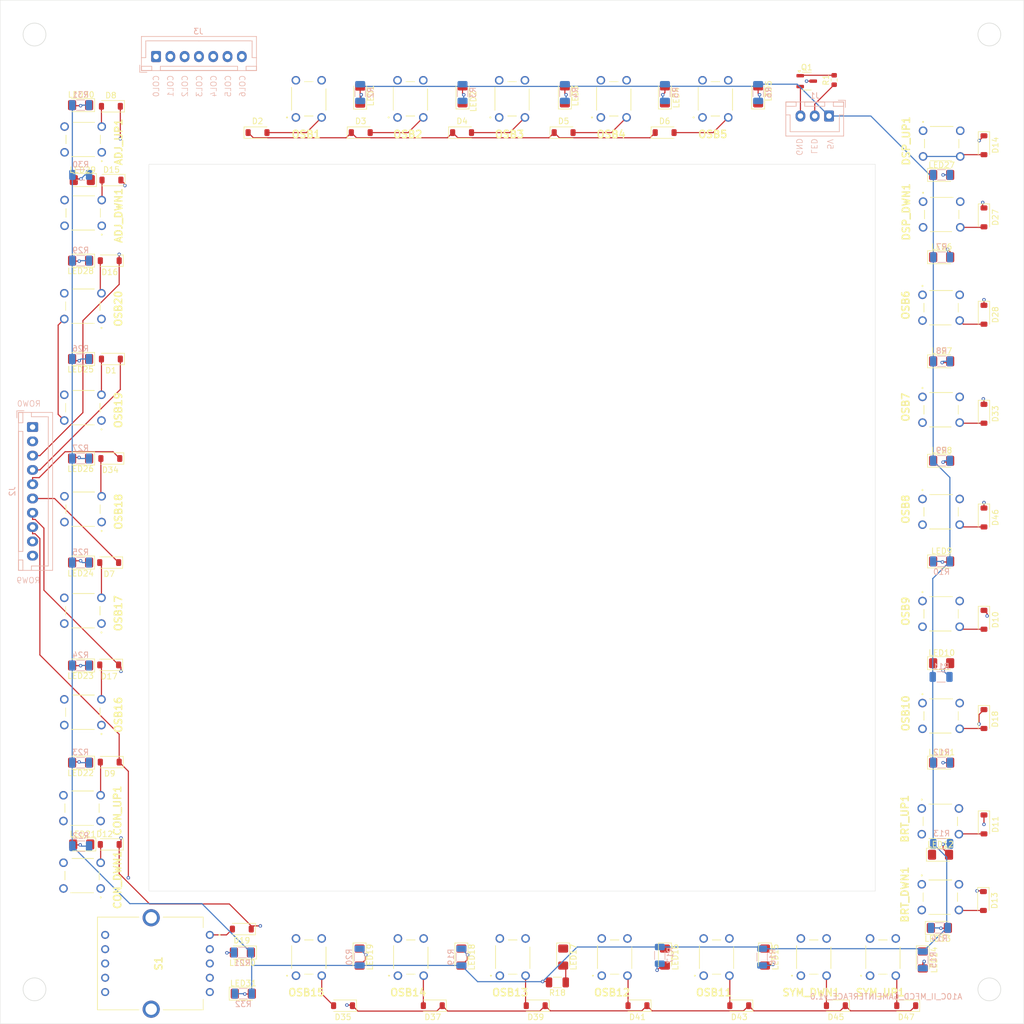
<source format=kicad_pcb>
(kicad_pcb (version 20240108) (generator "pcbnew") (generator_version "8.0")
  (layers (0 "F.Cu" signal) (1 "In1.Cu" signal) (2 "In2.Cu" signal) (31 "B.Cu" signal) (34 "B.Paste" user) (35 "F.Paste" user) (36 "B.SilkS" user "B.Silkscreen") (37 "F.SilkS" user "F.Silkscreen") (38 "B.Mask" user) (39 "F.Mask" user) (44 "Edge.Cuts" user))
  (net 0 "")
  (net 1 "COL1")
  (net 2 "Net-(D19-A)")
  (net 3 "COL2")
  (net 4 "COL3")
  (net 5 "COL0")
  (net 6 "Net-(D15-A)")
  (net 7 "Net-(D8-A)")
  (net 8 "Net-(D13-A)")
  (net 9 "COL6")
  (net 10 "Net-(D11-A)")
  (net 11 "Net-(D12-A)")
  (net 12 "Net-(D9-A)")
  (net 13 "ROW3")
  (net 14 "Net-(D1-A)")
  (net 15 "Net-(D2-K)")
  (net 16 "Net-(D2-A)")
  (net 17 "Net-(D3-A)")
  (net 18 "Net-(D4-A)")
  (net 19 "Net-(D5-A)")
  (net 20 "Net-(D6-A)")
  (net 21 "ROW5")
  (net 22 "Net-(D7-A)")
  (net 23 "ROW0")
  (net 24 "ROW7")
  (net 25 "Net-(D10-A)")
  (net 26 "ROW8")
  (net 27 "Net-(D14-A)")
  (net 28 "ROW1")
  (net 29 "ROW2")
  (net 30 "Net-(D16-A)")
  (net 31 "Net-(D17-A)")
  (net 32 "ROW6")
  (net 33 "Net-(D18-A)")
  (net 34 "Net-(D27-A)")
  (net 35 "Net-(D28-A)")
  (net 36 "Net-(D33-A)")
  (net 37 "ROW4")
  (net 38 "Net-(D34-A)")
  (net 39 "Net-(D35-A)")
  (net 40 "ROW9")
  (net 41 "Net-(D37-A)")
  (net 42 "Net-(D39-A)")
  (net 43 "Net-(D41-A)")
  (net 44 "Net-(D43-A)")
  (net 45 "Net-(D45-A)")
  (net 46 "Net-(D46-A)")
  (net 47 "Net-(D47-A)")
  (net 48 "Net-(LED1-A)")
  (net 50 "Net-(LED2-A)")
  (net 51 "Net-(LED3-A)")
  (net 52 "Net-(LED4-A)")
  (net 53 "Net-(LED5-A)")
  (net 54 "Net-(LED6-A)")
  (net 55 "Net-(LED7-A)")
  (net 56 "Net-(LED8-A)")
  (net 57 "Net-(LED9-A)")
  (net 58 "Net-(LED10-A)")
  (net 59 "Net-(LED11-A)")
  (net 60 "Net-(LED12-A)")
  (net 61 "Net-(LED13-A)")
  (net 62 "Net-(LED14-A)")
  (net 63 "Net-(LED15-A)")
  (net 64 "Net-(LED16-A)")
  (net 65 "Net-(LED17-A)")
  (net 66 "Net-(LED18-A)")
  (net 67 "Net-(LED19-A)")
  (net 68 "Net-(LED20-A)")
  (net 69 "Net-(LED21-A)")
  (net 70 "Net-(LED22-A)")
  (net 71 "Net-(LED23-A)")
  (net 72 "Net-(LED24-A)")
  (net 73 "Net-(LED25-A)")
  (net 74 "Net-(LED26-A)")
  (net 75 "Net-(LED27-A)")
  (net 76 "Net-(LED28-A)")
  (net 77 "Net-(LED29-A)")
  (net 78 "Net-(LED30-A)")
  (net 79 "Net-(LED31-A)")
  (net 80 "COL4")
  (net 81 "COL5")
  (net 82 "GND")
  (net 83 "LED")
  (net 84 "5V")
  (net 85 "Net-(Q1-BASE)")
  (footprint "Mouser:18259671" (layer "F.Cu") (at 163.775 230.85)
    (property "Reference" "OSB11")
    (property "Value" "Switch" (hide yes))
  )
  (footprint "Mouser:18259671" (layer "F.Cu") (at 180.775 230.85)
    (property "Reference" "SYM_DWN1")
    (property "Value" "Switch" (hide yes))
  )
  (footprint "Mouser:18259671" (layer "F.Cu") (at 201.92 214.87 -90)
    (property "Reference" "BRT_DWN1")
    (property "Value" "Switch" (hide yes))
  )
  (footprint "Diode_SMD:D_SOD-123" (layer "F.Cu") (at 212.8 150.72 -90)
    (property "Reference" "D46")
    (property "Value" "D_Small")
  )
  (footprint "LED_SMD:LED_1206_3216Metric_Pad1.42x1.75mm_HandSolder" (layer "F.Cu") (at 205.2 209.7)
    (property "Reference" "LED12")
    (property "Value" "1206")
  )
  (footprint "Resistor_SMD:R_1206_3216Metric" (layer "F.Cu") (at 138.19 232.03 180)
    (property "Reference" "R18")
    (property "Value" "270")
  )
  (footprint "Mouser:18259671" (layer "F.Cu") (at 202.05 111.775 -90)
    (property "Reference" "OSB6")
    (property "Value" "Switch" (hide yes))
  )
  (footprint "Diode_SMD:D_SOD-123" (layer "F.Cu") (at 59.9 207.9 180)
    (property "Reference" "D12")
    (property "Value" "D_Small")
  )
  (footprint "LED_SMD:LED_1206_3216Metric_Pad1.42x1.75mm_HandSolder" (layer "F.Cu") (at 205.4 158.4)
    (property "Reference" "LED9")
    (property "Value" "1206")
  )
  (footprint "LED_SMD:LED_1206_3216Metric_Pad1.42x1.75mm_HandSolder" (layer "F.Cu") (at 54.8 158.6 180)
    (property "Reference" "LED24")
    (property "Value" "1206")
  )
  (footprint "Mouser:18259671" (layer "F.Cu") (at 202.05 147.475 -90)
    (property "Reference" "OSB8")
    (property "Value" "Switch" (hide yes))
  )
  (footprint "LED_SMD:LED_1206_3216Metric_Pad1.42x1.75mm_HandSolder" (layer "F.Cu") (at 205.4 193.6)
    (property "Reference" "LED11")
    (property "Value" "1206")
  )
  (footprint "LED_SMD:LED_1206_3216Metric_Pad1.42x1.75mm_HandSolder" (layer "F.Cu") (at 205.4 176.2)
    (property "Reference" "LED10")
    (property "Value" "1206")
  )
  (footprint "LED_SMD:LED_1206_3216Metric_Pad1.42x1.75mm_HandSolder" (layer "F.Cu") (at 54.8 78.6 180)
    (property "Reference" "LED30")
    (property "Value" "1206")
  )
  (footprint "Diode_SMD:D_SOD-123" (layer "F.Cu") (at 186.9 236.1 180)
    (property "Reference" "D45")
    (property "Value" "D_Small")
  )
  (footprint "Mouser:18259671" (layer "F.Cu") (at 202.15 83.075 -90)
    (property "Reference" "DSP_UP1")
    (property "Value" "Switch" (hide yes))
  )
  (footprint "Mouser:18259671" (layer "F.Cu") (at 202.05 165.325 -90)
    (property "Reference" "OSB9")
    (property "Value" "Switch" (hide yes))
  )
  (footprint "Diode_SMD:D_SOD-123" (layer "F.Cu") (at 60 140.4 180)
    (property "Reference" "D34")
    (property "Value" "D_Small")
  )
  (footprint "Mouser:18259671" (layer "F.Cu") (at 58.5 86.85 90)
    (property "Reference" "ADJ_UP1")
    (property "Value" "Switch" (hide yes))
  )
  (footprint "Diode_SMD:D_SOD-123" (layer "F.Cu") (at 121.52 83.4)
    (property "Reference" "D4")
    (property "Value" "D_Small")
  )
  (footprint "LED_SMD:LED_1206_3216Metric_Pad1.42x1.75mm_HandSolder" (layer "F.Cu") (at 174.5 227.6 -90)
    (property "Reference" "LED15")
    (property "Value" "1206")
  )
  (footprint "Diode_SMD:D_SOD-123" (layer "F.Cu") (at 139.28 83.4)
    (property "Reference" "D5")
    (property "Value" "D_Small")
  )
  (footprint "Mouser:18259671" (layer "F.Cu") (at 58.48 151.5125 90)
    (property "Reference" "OSB18")
    (property "Value" "Switch" (hide yes))
  )
  (footprint "LED_SMD:LED_1206_3216Metric_Pad1.42x1.75mm_HandSolder" (layer "F.Cu") (at 157 227.6 -90)
    (property "Reference" "LED16")
    (property "Value" "1206")
  )
  (footprint "LED_SMD:LED_1206_3216Metric_Pad1.42x1.75mm_HandSolder" (layer "F.Cu") (at 54.8 123 180)
    (property "Reference" "LED25")
    (property "Value" "1206")
  )
  (footprint "Diode_SMD:D_SOD-123" (layer "F.Cu") (at 212.8 132.58 -90)
    (property "Reference" "D33")
    (property "Value" "D_Small")
  )
  (footprint "Diode_SMD:D_SOD-123" (layer "F.Cu") (at 212.8 85.61 -90)
    (property "Reference" "D14")
    (property "Value" "D_Small")
  )
  (footprint "LED_SMD:LED_1206_3216Metric_Pad1.42x1.75mm_HandSolder" (layer "F.Cu") (at 205.4 105.2)
    (property "Reference" "LED6")
    (property "Value" "1206")
  )
  (footprint "LED_SMD:LED_1206_3216Metric_Pad1.42x1.75mm_HandSolder" (layer "F.Cu") (at 173.3 76.8 90)
    (property "Reference" "LED5")
    (property "Value" "1206")
  )
  (footprint "Diode_SMD:D_SOD-123" (layer "F.Cu") (at 59.9 105.8 180)
    (property "Reference" "D16")
    (property "Value" "D_Small")
  )
  (footprint "Diode_SMD:D_SOD-123" (layer "F.Cu") (at 212.8 204.4 -90)
    (property "Reference" "D11")
    (property "Value" "D_Small")
  )
  (footprint "Diode_SMD:D_SOD-123" (layer "F.Cu") (at 103.8 83.4)
    (property "Reference" "D3")
    (property "Value" "D_Small")
  )
  (footprint "LED_SMD:LED_1206_3216Metric_Pad1.42x1.75mm_HandSolder" (layer "F.Cu") (at 83.26 234)
    (property "Reference" "LED31")
    (property "Value" "1206")
  )
  (footprint "Mouser:18259671" (layer "F.Cu") (at 202.05 183.175 -90)
    (property "Reference" "OSB10")
    (property "Value" "Switch" (hide yes))
  )
  (footprint "Diode_SMD:D_SOD-123" (layer "F.Cu") (at 59.8 176.5 180)
    (property "Reference" "D17")
    (property "Value" "D_Small")
  )
  (footprint "LED_SMD:LED_1206_3216Metric_Pad1.42x1.75mm_HandSolder" (layer "F.Cu") (at 54.8 176.6 180)
    (property "Reference" "LED23")
    (property "Value" "1206")
  )
  (footprint "LED_SMD:LED_1206_3216Metric_Pad1.42x1.75mm_HandSolder" (layer "F.Cu") (at 205.4 90.8)
    (property "Reference" "LED27")
    (property "Value" "1206")
  )
  (footprint "Diode_SMD:D_SOD-123" (layer "F.Cu") (at 152.2 236.1 180)
    (property "Reference" "D41")
    (property "Value" "D_Small")
  )
  (footprint "LED_SMD:LED_1206_3216Metric_Pad1.42x1.75mm_HandSolder" (layer "F.Cu") (at 202.1 228.1 -90)
    (property "Reference" "LED14")
    (property "Value" "1206")
  )
  (footprint "LED_SMD:LED_1206_3216Metric_Pad1.42x1.75mm_HandSolder" (layer "F.Cu") (at 83.1 226.8 180)
    (property "Reference" "LED20")
    (property "Value" "1206")
  )
  (footprint "Mouser:18259671" (layer "F.Cu") (at 110.235 80.75)
    (property "Reference" "OSB2")
    (property "Value" "Switch" (hide yes))
  )
  (footprint "LED_SMD:LED_1206_3216Metric_Pad1.42x1.75mm_HandSolder" (layer "F.Cu") (at 157 76.8 90)
    (property "Reference" "LED4")
    (property "Value" "1206")
  )
  (footprint "Diode_SMD:D_SOD-123" (layer "F.Cu") (at 212.8 185.97 -90)
    (property "Reference" "D18")
    (property "Value" "D_Small")
  )
  (footprint "LED_SMD:LED_1206_3216Metric_Pad1.42x1.75mm_HandSolder" (layer "F.Cu") (at 205 222.5)
    (property "Reference" "LED13")
    (property "Value" "1206")
  )
  (footprint "Diode_SMD:D_SOD-123" (layer "F.Cu") (at 212.8 98.23 -90)
    (property "Reference" "D27")
    (property "Value" "D_Small")
  )
  (footprint "Mouser:18259671" (layer "F.Cu") (at 58.45 169.2687 90)
    (property "Reference" "OSB17")
    (property "Value" "Switch" (hide yes))
  )
  (footprint "Diode_SMD:D_SOD-123" (layer "F.Cu") (at 60.1 78.8 180)
    (property "Reference" "D8")
    (property "Value" "D_Small")
  )
  (footprint "Mouser:18259671" (layer "F.Cu") (at 92.475 230.85)
    (property "Reference" "OSB15")
    (property "Value" "Switch" (hide yes))
  )
  (footprint "Mouser:18259671" (layer "F.Cu") (at 58.45 187.025 90)
    (property "Reference" "OSB16")
    (property "Value" "Switch" (hide yes))
  )
  (footprint "Mouser:18259671" (layer "F.Cu") (at 58.45 133.7562 90)
    (property "Reference" "OSB19")
    (property "Value" "Switch" (hide yes))
  )
  (footprint "Mouser:18259671" (layer "F.Cu") (at 58.3 203.8 90)
    (property "Reference" "CON_UP1")
    (property "Value" "Switch" (hide yes))
  )
  (footprint "LED_SMD:LED_1206_3216Metric_Pad1.42x1.75mm_HandSolder" (layer "F.Cu") (at 139.2 227.6 -90)
    (property "Reference" "LED17")
    (property "Value" "1206")
  )
  (footprint "LED_SMD:LED_1206_3216Metric_Pad1.42x1.75mm_HandSolder" (layer "F.Cu") (at 54.8 193.6 180)
    (property "Reference" "LED22")
    (property "Value" "1206")
  )
  (footprint "Diode_SMD:D_SOD-123" (layer "F.Cu") (at 212.7 217.8 -90)
    (property "Reference" "D13")
    (property "Value" "D_Small")
  )
  (footprint "Diode_SMD:D_SOD-123" (layer "F.Cu") (at 199.2 236.1 180)
    (property "Reference" "D47")
    (property "Value" "D_Small")
  )
  (footprint "LED_SMD:LED_1206_3216Metric_Pad1.42x1.75mm_HandSolder" (layer "F.Cu") (at 54.8 140.4 180)
    (property "Reference" "LED26")
    (property "Value" "1206")
  )
  (footprint "LED_SMD:LED_1206_3216Metric_Pad1.42x1.75mm_HandSolder" (layer "F.Cu") (at 139.5 76.8 90)
    (property "Reference" "LED3")
    (property "Value" "1206")
  )
  (footprint "Diode_SMD:D_SOD-123" (layer "F.Cu") (at 212.8 115.26 -90)
    (property "Reference" "D28")
    (property "Value" "D_Small")
  )
  (footprint "Diode_SMD:D_SOD-123" (layer "F.Cu") (at 156.95 83.4)
    (property "Reference" "D6")
    (property "Value" "D_Small")
  )
  (footprint "Mouser:18259671" (layer "F.Cu") (at 58.5 99.7 90)
    (property "Reference" "ADJ_DWN1")
    (property "Value" "Switch" (hide yes))
  )
  (footprint "Diode_SMD:D_SOD-123" (layer "F.Cu") (at 116.4 236.1 180)
    (property "Reference" "D37")
    (property "Value" "D_Small")
  )
  (footprint "Mouser:18259671" (layer "F.Cu") (at 128.125 230.85)
    (property "Reference" "OSB13")
    (property "Value" "Switch" (hide yes))
  )
  (footprint "Mouser:18259671" (layer "F.Cu") (at 201.92 201.61 -90)
    (property "Reference" "BRT_UP1")
    (property "Value" "Switch" (hide yes))
  )
  (footprint "LED_SMD:LED_1206_3216Metric_Pad1.42x1.75mm_HandSolder" (layer "F.Cu") (at 55.1 91.7 180)
    (property "Reference" "LED29")
    (property "Value" "1206")
  )
  (footprint "Mouser:18259671" (layer "F.Cu") (at 145.795 80.75)
    (property "Reference" "OSB4")
    (property "Value" "Switch" (hide yes))
  )
  (footprint "Mouser:18259671" (layer "F.Cu") (at 58.45 116 90)
    (property "Reference" "OSB20")
    (property "Value" "Switch" (hide yes))
  )
  (footprint "Mouser:18259671" (layer "F.Cu") (at 110.3 230.85)
    (property "Reference" "OSB14")
    (property "Value" "Switch" (hide yes))
  )
  (footprint "Mouser:18259671" (layer "F.Cu") (at 202.05 129.625 -90)
    (property "Reference" "OSB7")
    (property "Value" "Switch" (hide yes))
  )
  (footprint "LED_SMD:LED_1206_3216Metric_Pad1.42x1.75mm_HandSolder" (layer "F.Cu") (at 103.7 76.845 90)
    (property "Reference" "LED1")
    (property "Value" "1206")
  )
  (footprint "Diode_SMD:D_SOD-123" (layer "F.Cu") (at 100.7 236.1 180)
    (property "Reference" "D35")
    (property "Value" "D_Small")
  )
  (footprint "LED_SMD:LED_1206_3216Metric_Pad1.42x1.75mm_HandSolder" (layer "F.Cu") (at 121.6 76.8 90)
    (property "Reference" "LED2")
    (property "Value" "1206")
  )
  (footprint "Diode_SMD:D_SOD-123" (layer "F.Cu") (at 85.75 83.4)
    (property "Reference" "D2")
    (property "Value" "D_Small")
  )
  (footprint "Diode_SMD:D_SOD-123" (layer "F.Cu") (at 134.4 236.1 180)
    (property "Reference" "D39")
    (property "Value" "D_Small")
  )
  (footprint "LED_SMD:LED_1206_3216Metric_Pad1.42x1.75mm_HandSolder" (layer "F.Cu") (at 54.8 105.8 180)
    (property "Reference" "LED28")
    (property "Value" "1206")
  )
  (footprint "Diode_SMD:D_SOD-123" (layer "F.Cu") (at 60.1 123 180)
    (property "Reference" "D1")
    (property "Value" "D_Small")
  )
  (footprint "Mouser:SRBV131502" (layer "F.Cu") (at 77.4 223.72 90)
    (property "Reference" "S1")
    (property "Value" "SRBV131502" (hide yes))
  )
  (footprint "Mouser:18259671" (layer "F.Cu") (at 92.455 80.75)
    (property "Reference" "OSB1")
    (property "Value" "Switch" (hide yes))
  )
  (footprint "Diode_SMD:D_SOD-123" (layer "F.Cu") (at 170 236.1 180)
    (property "Reference" "D43")
    (property "Value" "D_Small")
  )
  (footprint "Diode_SMD:D_SOD-123" (layer "F.Cu") (at 60.2 91.7 180)
    (property "Reference" "D15")
    (property "Value" "D_Small")
  )
  (footprint "LED_SMD:LED_1206_3216Metric_Pad1.42x1.75mm_HandSolder" (layer "F.Cu") (at 205.4 123.4)
    (property "Reference" "LED7")
    (property "Value" "1206")
  )
  (footprint "LED_SMD:LED_1206_3216Metric_Pad1.42x1.75mm_HandSolder" (layer "F.Cu") (at 121.4 227.6 -90)
    (property "Reference" "LED18")
    (property "Value" "1206")
  )
  (footprint "LED_SMD:LED_1206_3216Metric_Pad1.42x1.75mm_HandSolder" (layer "F.Cu") (at 55 207.9 180)
    (property "Reference" "LED21")
    (property "Value" "1206")
  )
  (footprint "Mouser:18259671" (layer "F.Cu") (at 192.875 230.85)
    (property "Reference" "SYM_UP1")
    (property "Value" "Switch" (hide yes))
  )
  (footprint "LED_SMD:LED_1206_3216Metric_Pad1.42x1.75mm_HandSolder" (layer "F.Cu") (at 205.4 140.8)
    (property "Reference" "LED8")
    (property "Value" "1206")
  )
  (footprint "Diode_SMD:D_SOD-123" (layer "F.Cu") (at 59.8 158.6 180)
    (property "Reference" "D7")
    (property "Value" "D_Small")
  )
  (footprint "Diode_SMD:D_SOD-123" (layer "F.Cu") (at 59.9 193.5 180)
    (property "Reference" "D9")
    (property "Value" "D_Small")
  )
  (footprint "LED_SMD:LED_1206_3216Metric_Pad1.42x1.75mm_HandSolder" (layer "F.Cu") (at 103.6 227.6 -90)
    (property "Reference" "LED19")
    (property "Value" "1206")
  )
  (footprint "Mouser:18259671" (layer "F.Cu") (at 202.15 95.475 -90)
    (property "Reference" "DSP_DWN1")
    (property "Value" "Switch" (hide yes))
  )
  (footprint "Mouser:18259671" (layer "F.Cu") (at 128.015 80.75)
    (property "Reference" "OSB3")
    (property "Value" "Switch" (hide yes))
  )
  (footprint "Diode_SMD:D_SOD-123" (layer "F.Cu") (at 212.8 168.61 -90)
    (property "Reference" "D10")
    (property "Value" "D_Small")
  )
  (footprint "Mouser:18259671" (layer "F.Cu") (at 145.95 230.85)
    (property "Reference" "OSB12")
    (property "Value" "Switch" (hide yes))
  )
  (footprint "Diode_SMD:D_SOD-123" (layer "F.Cu") (at 83 222.7 180)
    (property "Reference" "D19")
    (property "Value" "D_Small")
  )
  (footprint "Mouser:18259671" (layer "F.Cu") (at 163.575 80.75)
    (property "Reference" "OSB5")
    (property "Value" "Switch" (hide yes))
  )
  (footprint "Package_TO_SOT_SMD:SOT-23-3" (layer "F.Cu") (at 181.8 74.4)
    (property "Reference" "Q1")
    (property "Value" "BC817-25LT1G")
  )
  (footprint "Mouser:18259671" (layer "F.Cu") (at 58.31 215.6025 90)
    (property "Reference" "CON_DWN1")
    (property "Value" "Switch" (hide yes))
  )
  (footprint "Resistor_SMD:R_0603_1608Metric" (layer "F.Cu") (at 186.6 74.2 90)
    (property "Reference" "R1")
    (property "Value" "1000")
  )
  (footprint "Resistor_SMD:R_1206_3216Metric" (layer "B.Cu") (at 174 227.6 90)
    (property "Reference" "R16")
    (property "Value" "270")
  )
  (footprint "Resistor_SMD:R_1206_3216Metric" (layer "B.Cu") (at 54.8 123 180)
    (property "Reference" "R26")
    (property "Value" "270")
  )
  (footprint "Resistor_SMD:R_1206_3216Metric" (layer "B.Cu") (at 205.3775 123.4 180)
    (property "Reference" "R8")
    (property "Value" "270")
  )
  (footprint "Resistor_SMD:R_1206_3216Metric" (layer "B.Cu") (at 205 222.5)
    (property "Reference" "R14")
    (property "Value" "270")
  )
  (footprint "Connector_JST:JST_XH_B7B-XH-A_1x07_P2.50mm_Vertical" (layer "B.Cu") (at 68 70.1)
    (property "Reference" "J3")
    (property "Value" "Conn_COLS")
  )
  (footprint "Resistor_SMD:R_1206_3216Metric" (layer "B.Cu") (at 83.1 226.8)
    (property "Reference" "R21")
    (property "Value" "270")
  )
  (footprint "Resistor_SMD:R_1206_3216Metric" (layer "B.Cu") (at 173.3 76.4 90)
    (property "Reference" "R6")
    (property "Value" "270")
  )
  (footprint "Resistor_SMD:R_1206_3216Metric" (layer "B.Cu") (at 103.6 227.6 -90)
    (property "Reference" "R20")
    (property "Value" "270")
  )
  (footprint "Resistor_SMD:R_1206_3216Metric" (layer "B.Cu") (at 157 76.4 90)
    (property "Reference" "R5")
    (property "Value" "270")
  )
  (footprint "Resistor_SMD:R_1206_3216Metric" (layer "B.Cu") (at 103.7 76.4 90)
    (property "Reference" "R2")
    (property "Value" "270")
  )
  (footprint "Resistor_SMD:R_1206_3216Metric" (layer "B.Cu") (at 205.3775 90.8 180)
    (property "Reference" "R28" (hide yes))
    (property "Value" "270")
  )
  (footprint "Resistor_SMD:R_1206_3216Metric" (layer "B.Cu") (at 205.3 178.6 180)
    (property "Reference" "R11")
    (property "Value" "270")
  )
  (footprint "Resistor_SMD:R_1206_3216Metric" (layer "B.Cu") (at 54.8 158.6 180)
    (property "Reference" "R25")
    (property "Value" "270")
  )
  (footprint "Connector_JST:JST_XH_B10B-XH-A_1x10_P2.50mm_Vertical" (layer "B.Cu") (at 46.4 134.9 -90)
    (property "Reference" "J2")
    (property "Value" "Conn_ROWS")
  )
  (footprint "Resistor_SMD:R_1206_3216Metric" (layer "B.Cu") (at 202.1 228.1 90)
    (property "Reference" "R15")
    (property "Value" "270")
  )
  (footprint "Resistor_SMD:R_1206_3216Metric" (layer "B.Cu") (at 205.4 105.2 180)
    (property "Reference" "R7")
    (property "Value" "270")
  )
  (footprint "Resistor_SMD:R_1206_3216Metric" (layer "B.Cu") (at 54.8 176.6 180)
    (property "Reference" "R24")
    (property "Value" "270")
  )
  (footprint "Resistor_SMD:R_1206_3216Metric" (layer "B.Cu") (at 54.8225 208.2 180)
    (property "Reference" "R22")
    (property "Value" "270")
  )
  (footprint "Resistor_SMD:R_1206_3216Metric" (layer "B.Cu") (at 54.8 140.4 180)
    (property "Reference" "R27")
    (property "Value" "270")
  )
  (footprint "Connector_JST:JST_XH_B3B-XH-A_1x03_P2.50mm_Vertical" (layer "B.Cu") (at 185.7 80.5 180)
    (property "Reference" "J1")
    (property "Value" "Conn_LED")
  )
  (footprint "Resistor_SMD:R_1206_3216Metric" (layer "B.Cu") (at 205.3775 193.6 180)
    (property "Reference" "R12")
    (property "Value" "270")
  )
  (footprint "Resistor_SMD:R_1206_3216Metric" (layer "B.Cu") (at 121.4 227.6 -90)
    (property "Reference" "R19")
    (property "Value" "270")
  )
  (footprint "Resistor_SMD:R_1206_3216Metric" (layer "B.Cu") (at 54.8 193.6 180)
    (property "Reference" "R23")
    (property "Value" "270")
  )
  (footprint "Resistor_SMD:R_1206_3216Metric" (layer "B.Cu") (at 54.8225 90.8 180)
    (property "Reference" "R30")
    (property "Value" "270")
  )
  (footprint "Resistor_SMD:R_1206_3216Metric" (layer "B.Cu") (at 139.5 76.4 90)
    (property "Reference" "R4")
    (property "Value" "270")
  )
  (footprint "Resistor_SMD:R_1206_3216Metric" (layer "B.Cu") (at 54.8 78.6 180)
    (property "Reference" "R31")
    (property "Value" "270")
  )
  (footprint "Resistor_SMD:R_1206_3216Metric" (layer "B.Cu") (at 121.6 76.4 90)
    (property "Reference" "R3")
    (property "Value" "270")
  )
  (footprint "Resistor_SMD:R_1206_3216Metric" (layer "B.Cu") (at 156.1 227.3 90)
    (property "Reference" "R17")
    (property "Value" "270")
  )
  (footprint "Resistor_SMD:R_1206_3216Metric" (layer "B.Cu") (at 83.26 234)
    (property "Reference" "R32")
    (property "Value" "270" (hide yes))
  )
  (footprint "Resistor_SMD:R_1206_3216Metric" (layer "B.Cu") (at 205.3775 140.8 180)
    (property "Reference" "R9")
    (property "Value" "270")
  )
  (footprint "Resistor_SMD:R_1206_3216Metric" (layer "B.Cu") (at 54.8225 105.8 180)
    (property "Reference" "R29")
    (property "Value" "270")
  )
  (footprint "Resistor_SMD:R_1206_3216Metric" (layer "B.Cu") (at 205.3775 158.4)
    (property "Reference" "R10")
    (property "Value" "270")
  )
  (footprint "Resistor_SMD:R_1206_3216Metric" (layer "B.Cu") (at 205.4 207.8 180)
    (property "Reference" "R13")
    (property "Value" "270")
  )
  (gr_rect (start 40.74005 60.24) (end 219.74005 239.24) (stroke (width 0.05)) (fill none) (layer "Edge.Cuts"))
  (gr_arc (start 213.74005 64.24) (mid 213.74005 68.24) (end 213.74005 64.24) (stroke (width 0.09)) (layer "Edge.Cuts"))
  (gr_arc (start 46.74005 64.2476) (mid 46.74005 68.2476) (end 46.74005 64.2476) (stroke (width 0.09)) (layer "Edge.Cuts"))
  (gr_arc (start 46.74005 231.24) (mid 46.74005 235.24) (end 46.74005 231.24) (stroke (width 0.09)) (layer "Edge.Cuts"))
  (gr_rect (start 66.75 88.95) (end 193.8 216.05) (stroke (width 0.05)) (fill none) (layer "Edge.Cuts"))
  (gr_arc (start 213.74005 231.2476) (mid 213.74005 235.2476) (end 213.74005 231.2476) (stroke (width 0.09)) (layer "Edge.Cuts"))
  (gr_text "LED" (at 182.5 87.2 270) (layer "B.SilkS") (effects (font (size 1 1) (thickness 0.1)) (justify left bottom mirror)))
  (gr_text "COL1" (at 71.116666 73.3 90) (layer "B.SilkS") (effects (font (size 1 1) (thickness 0.1)) (justify left bottom mirror)))
  (gr_text "COL6" (at 83.7 73.3 90) (layer "B.SilkS") (effects (font (size 1 1) (thickness 0.1)) (justify left bottom mirror)))
  (gr_text "COL4" (at 78.666664 73.3 90) (layer "B.SilkS") (effects (font (size 1 1) (thickness 0.1)) (justify left bottom mirror)))
  (gr_text "COL5" (at 81.18333 73.3 90) (layer "B.SilkS") (effects (font (size 1 1) (thickness 0.1)) (justify left bottom mirror)))
  (gr_text "ROW9" (at 47.8 162.3 0) (layer "B.SilkS") (effects (font (size 1 1) (thickness 0.1)) (justify left bottom mirror)))
  (gr_text "COL2" (at 73.633332 73.3 90) (layer "B.SilkS") (effects (font (size 1 1) (thickness 0.1)) (justify left bottom mirror)))
  (gr_text "GND" (at 179.9 87.5 270) (layer "B.SilkS") (effects (font (size 1 1) (thickness 0.1)) (justify left bottom mirror)))
  (gr_text "5V" (at 185.3 86.4 -90) (layer "B.SilkS") (effects (font (size 1 1) (thickness 0.1)) (justify left bottom mirror)))
  (gr_text "ROW0" (at 47.9 131.4 0) (layer "B.SilkS") (effects (font (size 1 1) (thickness 0.1)) (justify left bottom mirror)))
  (gr_text "COL0" (at 68.6 73.3 90) (layer "B.SilkS") (effects (font (size 1 1) (thickness 0.1)) (justify left bottom mirror)))
  (gr_text "A10C_II_MFCD_GAMEINTERFACE_v1.0" (at 209.1 235.1 0) (layer "B.SilkS") (effects (font (size 1 1)) (justify left bottom mirror)))
  (gr_text "COL3" (at 76.149998 73.3 90) (layer "B.SilkS") (effects (font (size 1 1) (thickness 0.1)) (justify left bottom mirror)))
  (segment (start 80.33 223.72) (end 81.35 222.7) (width 0.2) (layer "F.Cu") (net 2))
  (segment (start 77.4 223.72) (end 80.33 223.72) (width 0.2) (layer "F.Cu") (net 2))
  (segment (start 50.8782 132.6844) (end 50.8782 117.0718) (width 0.2) (layer "F.Cu") (net 5))
  (segment (start 51.95 133.7562) (end 50.8782 132.6844) (width 0.2) (layer "F.Cu") (net 5))
  (segment (start 50.8782 117.0718) (end 51.95 116) (width 0.2) (layer "F.Cu") (net 5))
  (segment (start 58.55 95.15) (end 58.5 95.2) (width 0.2) (layer "F.Cu") (net 6))
  (segment (start 58.55 91.7) (end 58.55 95.15) (width 0.2) (layer "F.Cu") (net 6))
  (segment (start 58.45 78.8) (end 58.45 82.3) (width 0.2) (layer "F.Cu") (net 7))
  (segment (start 58.45 82.3) (end 58.5 82.35) (width 0.2) (layer "F.Cu") (net 7))
  (segment (start 208.5 219.45) (end 208.42 219.37) (width 0.2) (layer "F.Cu") (net 8))
  (segment (start 212.7 219.45) (end 208.5 219.45) (width 0.2) (layer "F.Cu") (net 8))
  (segment (start 208.42 206.11) (end 208.48 206.05) (width 0.2) (layer "F.Cu") (net 10))
  (segment (start 208.48 206.05) (end 212.8 206.05) (width 0.2) (layer "F.Cu") (net 10))
  (segment (start 58.31 207.96) (end 58.31 211.1025) (width 0.2) (layer "F.Cu") (net 11))
  (segment (start 58.25 207.9) (end 58.31 207.96) (width 0.2) (layer "F.Cu") (net 11))
  (segment (start 58.3 193.55) (end 58.3 199.3) (width 0.2) (layer "F.Cu") (net 12))
  (segment (start 58.25 193.5) (end 58.3 193.55) (width 0.2) (layer "F.Cu") (net 12))
  (segment (start 46.4 142.4) (end 47.6767 142.4) (width 0.2) (layer "F.Cu") (net 13))
  (segment (start 47.6767 142.4) (end 61.75 128.3267) (width 0.2) (layer "F.Cu") (net 13))
  (segment (start 212.8 130.93) (end 212.8 130.0801) (width 0.2) (layer "F.Cu") (net 13))
  (segment (start 61.75 128.3267) (end 61.75 123) (width 0.2) (layer "F.Cu") (net 13))
  (segment (start 212.8 130.0801) (end 212.6939 129.974) (width 0.2) (layer "F.Cu") (net 13))
  (via (at 212.6939 129.974) (size 0.6) (drill 0.3) (layers "F.Cu" "B.Cu") (net 13))
  (segment (start 58.45 123) (end 58.45 129.2562) (width 0.2) (layer "F.Cu") (net 14))
  (segment (start 102.15 83.4) (end 103.0526 84.3026) (width 0.2) (layer "F.Cu") (net 15))
  (segment (start 118.9674 84.3026) (end 119.87 83.4) (width 0.2) (layer "F.Cu") (net 15))
  (segment (start 120.7726 84.3026) (end 119.87 83.4) (width 0.2) (layer "F.Cu") (net 15))
  (segment (start 155.3 83.4) (end 154.3974 84.3026) (width 0.2) (layer "F.Cu") (net 15))
  (segment (start 101.2474 84.3026) (end 102.15 83.4) (width 0.2) (layer "F.Cu") (net 15))
  (segment (start 136.7274 84.3026) (end 120.7726 84.3026) (width 0.2) (layer "F.Cu") (net 15))
  (segment (start 103.0526 84.3026) (end 118.9674 84.3026) (width 0.2) (layer "F.Cu") (net 15))
  (segment (start 154.3974 84.3026) (end 138.5326 84.3026) (width 0.2) (layer "F.Cu") (net 15))
  (segment (start 137.63 83.4) (end 136.7274 84.3026) (width 0.2) (layer "F.Cu") (net 15))
  (segment (start 85.0026 84.3026) (end 101.2474 84.3026) (width 0.2) (layer "F.Cu") (net 15))
  (segment (start 84.1 83.4) (end 85.0026 84.3026) (width 0.2) (layer "F.Cu") (net 15))
  (segment (start 138.5326 84.3026) (end 137.63 83.4) (width 0.2) (layer "F.Cu") (net 15))
  (segment (start 87.4 83.4) (end 94.305 83.4) (width 0.2) (layer "F.Cu") (net 16))
  (segment (start 94.305 83.4) (end 96.955 80.75) (width 0.2) (layer "F.Cu") (net 16))
  (segment (start 112.085 83.4) (end 114.735 80.75) (width 0.2) (layer "F.Cu") (net 17))
  (segment (start 105.45 83.4) (end 112.085 83.4) (width 0.2) (layer "F.Cu") (net 17))
  (segment (start 129.865 83.4) (end 132.515 80.75) (width 0.2) (layer "F.Cu") (net 18))
  (segment (start 123.17 83.4) (end 129.865 83.4) (width 0.2) (layer "F.Cu") (net 18))
  (segment (start 140.93 83.4) (end 147.645 83.4) (width 0.2) (layer "F.Cu") (net 19))
  (segment (start 147.645 83.4) (end 150.295 80.75) (width 0.2) (layer "F.Cu") (net 19))
  (segment (start 158.6 83.4) (end 165.425 83.4) (width 0.2) (layer "F.Cu") (net 20))
  (segment (start 165.425 83.4) (end 168.075 80.75) (width 0.2) (layer "F.Cu") (net 20))
  (segment (start 50.25 147.4) (end 46.4 147.4) (width 0.2) (layer "F.Cu") (net 21))
  (segment (start 212.8 166.96) (end 213.3551 167.5151) (width 0.2) (layer "F.Cu") (net 21))
  (segment (start 213.3551 167.5151) (end 213.3551 167.9341) (width 0.2) (layer "F.Cu") (net 21))
  (segment (start 61.45 158.6) (end 50.25 147.4) (width 0.2) (layer "F.Cu") (net 21))
  (via (at 213.3551 167.9341) (size 0.6) (drill 0.3) (layers "F.Cu" "B.Cu") (net 21))
  (segment (start 58.15 158.6) (end 58.45 158.9) (width 0.2) (layer "F.Cu") (net 22))
  (segment (start 58.45 158.9) (end 58.45 164.7687) (width 0.2) (layer "F.Cu") (net 22))
  (segment (start 212.8 83.96) (end 211.9686 84.7914) (width 0.2) (layer "F.Cu") (net 23))
  (segment (start 61.75 78.8) (end 61.75 84.4837) (width 0.2) (layer "F.Cu") (net 23))
  (via (at 61.75 84.4837) (size 0.6) (drill 0.3) (layers "F.Cu" "B.Cu") (net 23))
  (via (at 211.9686 84.7914) (size 0.6) (drill 0.3) (layers "F.Cu" "B.Cu") (net 23))
  (segment (start 61.55 188.6326) (end 61.55 193.5) (width 0.2) (layer "F.Cu") (net 24))
  (segment (start 46.4 152.4) (end 46.4 153.5517) (width 0.2) (layer "F.Cu") (net 24))
  (segment (start 63.1559 195.1059) (end 63.1559 213.7346) (width 0.2) (layer "F.Cu") (net 24))
  (segment (start 47.6791 154.3949) (end 47.6791 174.7617) (width 0.2) (layer "F.Cu") (net 24))
  (segment (start 46.4 153.5517) (end 46.8359 153.5517) (width 0.2) (layer "F.Cu") (net 24))
  (segment (start 47.6791 174.7617) (end 61.55 188.6326) (width 0.2) (layer "F.Cu") (net 24))
  (segment (start 46.8359 153.5517) (end 47.6791 154.3949) (width 0.2) (layer "F.Cu") (net 24))
  (segment (start 61.55 193.5) (end 63.1559 195.1059) (width 0.2) (layer "F.Cu") (net 24))
  (segment (start 212.8 204.3912) (end 212.8 202.75) (width 0.2) (layer "F.Cu") (net 24))
  (via (at 63.1559 213.7346) (size 0.6) (drill 0.3) (layers "F.Cu" "B.Cu") (net 24))
  (via (at 212.8 204.3912) (size 0.6) (drill 0.3) (layers "F.Cu" "B.Cu") (net 24))
  (segment (start 208.985 170.26) (end 208.55 169.825) (width 0.2) (layer "F.Cu") (net 25))
  (segment (start 212.8 170.26) (end 208.985 170.26) (width 0.2) (layer "F.Cu") (net 25))
  (segment (start 61.8673 207.5827) (end 61.8673 206.7728) (width 0.2) (layer "F.Cu") (net 26))
  (segment (start 61.55 212.9969) (end 61.55 207.9) (width 0.2) (layer "F.Cu") (net 26))
  (segment (start 212.5736 216.0236) (end 212.7 216.15) (width 0.2) (layer "F.Cu") (net 26))
  (segment (start 66.8652 218.3121) (end 61.55 212.9969) (width 0.2) (layer "F.Cu") (net 26))
  (segment (start 84.65 222.7) (end 84.65 222.1479) (width 0.2) (layer "F.Cu") (net 26))
  (segment (start 84.65 222.1479) (end 86.238 222.1479) (width 0.2) (layer "F.Cu") (net 26))
  (segment (start 84.65 222.1479) (end 80.8142 218.3121) (width 0.2) (layer "F.Cu") (net 26))
  (segment (start 211.5921 216.0236) (end 212.5736 216.0236) (width 0.2) (layer "F.Cu") (net 26))
  (segment (start 80.8142 218.3121) (end 66.8652 218.3121) (width 0.2) (layer "F.Cu") (net 26))
  (segment (start 61.55 207.9) (end 61.8673 207.5827) (width 0.2) (layer "F.Cu") (net 26))
  (via (at 61.8673 206.7728) (size 0.6) (drill 0.3) (layers "F.Cu" "B.Cu") (net 26))
  (via (at 86.238 222.1479) (size 0.6) (drill 0.3) (layers "F.Cu" "B.Cu") (net 26))
  (via (at 211.5921 216.0236) (size 0.6) (drill 0.3) (layers "F.Cu" "B.Cu") (net 26))
  (segment (start 208.965 87.26) (end 208.65 87.575) (width 0.2) (layer "F.Cu") (net 27))
  (segment (start 212.8 87.26) (end 208.965 87.26) (width 0.2) (layer "F.Cu") (net 27))
  (segment (start 202.15 87.575) (end 208.65 87.575) (width 0.2) (layer "B.Cu") (net 27))
  (segment (start 212.8 96.58) (end 212.5697 96.3497) (width 0.2) (layer "F.Cu") (net 28))
  (segment (start 61.85 91.7) (end 62.546 92.396) (width 0.2) (layer "F.Cu") (net 28))
  (segment (start 62.546 92.396) (end 62.546 92.658) (width 0.2) (layer "F.Cu") (net 28))
  (segment (start 212.5697 96.3497) (end 212.5697 95.6272) (width 0.2) (layer "F.Cu") (net 28))
  (via (at 212.5697 95.6272) (size 0.6) (drill 0.3) (layers "F.Cu" "B.Cu") (net 28))
  (via (at 62.546 92.658) (size 0.6) (drill 0.3) (layers "F.Cu" "B.Cu") (net 28))
  (segment (start 212.8 112.6292) (end 212.8 113.61) (width 0.2) (layer "F.Cu") (net 29))
  (segment (start 61.55 105.8) (end 61.55 104.6962) (width 0.2) (layer "F.Cu") (net 29))
  (segment (start 61.55 109.9427) (end 61.55 105.8) (width 0.2) (layer "F.Cu") (net 29))
  (segment (start 46.4 139.9) (end 47.6767 139.9) (width 0.2) (layer "F.Cu") (net 29))
  (segment (start 47.6767 139.9) (end 55.2063 132.3704) (width 0.2) (layer "F.Cu") (net 29))
  (segment (start 55.2063 116.2864) (end 61.55 109.9427) (width 0.2) (layer "F.Cu") (net 29))
  (segment (start 55.2063 132.3704) (end 55.2063 116.2864) (width 0.2) (layer "F.Cu") (net 29))
  (via (at 212.8 112.6292) (size 0.6) (drill 0.3) (layers "F.Cu" "B.Cu") (net 29))
  (via (at 61.55 104.6962) (size 0.6) (drill 0.3) (layers "F.Cu" "B.Cu") (net 29))
  (segment (start 58.25 105.8) (end 58.25 111.3) (width 0.2) (layer "F.Cu") (net 30))
  (segment (start 58.25 111.3) (end 58.45 111.5) (width 0.2) (layer "F.Cu") (net 30))
  (segment (start 58.45 176.8) (end 58.45 182.525) (width 0.2) (layer "F.Cu") (net 31))
  (segment (start 58.15 176.5) (end 58.45 176.8) (width 0.2) (layer "F.Cu") (net 31))
  (segment (start 61.8665 176.9165) (end 61.8665 177.6251) (width 0.2) (layer "F.Cu") (net 32))
  (segment (start 61.45 176.5) (end 61.8665 176.9165) (width 0.2) (layer "F.Cu") (net 32))
  (segment (start 46.4 151.0517) (end 46.8517 151.0517) (width 0.2) (layer "F.Cu") (net 32))
  (segment (start 48.3891 152.5891) (end 48.3891 163.4391) (width 0.2) (layer "F.Cu") (net 32))
  (segment (start 212.8 184.32) (end 211.9475 185.1725) (width 0.2) (layer "F.Cu") (net 32))
  (segment (start 46.4 149.9) (end 46.4 151.0517) (width 0.2) (layer "F.Cu") (net 32))
  (segment (start 211.9475 185.1725) (end 211.9475 186.8358) (width 0.2) (layer "F.Cu") (net 32))
  (segment (start 48.3891 163.4391) (end 61.45 176.5) (width 0.2) (layer "F.Cu") (net 32))
  (segment (start 46.8517 151.0517) (end 48.3891 152.5891) (width 0.2) (layer "F.Cu") (net 32))
  (via (at 211.9475 186.8358) (size 0.6) (drill 0.3) (layers "F.Cu" "B.Cu") (net 32))
  (via (at 61.8665 177.6251) (size 0.6) (drill 0.3) (layers "F.Cu" "B.Cu") (net 32))
  (segment (start 208.605 187.62) (end 208.55 187.675) (width 0.2) (layer "F.Cu") (net 33))
  (segment (start 212.8 187.62) (end 208.605 187.62) (width 0.2) (layer "F.Cu") (net 33))
  (segment (start 212.705 99.975) (end 208.65 99.975) (width 0.2) (layer "F.Cu") (net 34))
  (segment (start 212.8 99.88) (end 212.705 99.975) (width 0.2) (layer "F.Cu") (net 34))
  (segment (start 209.185 116.91) (end 208.55 116.275) (width 0.2) (layer "F.Cu") (net 35))
  (segment (start 212.8 116.91) (end 209.185 116.91) (width 0.2) (layer "F.Cu") (net 35))
  (segment (start 212.8 134.23) (end 208.655 134.23) (width 0.2) (layer "F.Cu") (net 36))
  (segment (start 208.655 134.23) (end 208.55 134.125) (width 0.2) (layer "F.Cu") (net 36))
  (segment (start 52.0855 139.2145) (end 60.4645 139.2145) (width 0.2) (layer "F.Cu") (net 37))
  (segment (start 47.5517 143.7483) (end 52.0855 139.2145) (width 0.2) (layer "F.Cu") (net 37))
  (segment (start 212.8 148.1103) (end 212.8 149.07) (width 0.2) (layer "F.Cu") (net 37))
  (segment (start 46.4 144.9) (end 46.4 143.7483) (width 0.2) (layer "F.Cu") (net 37))
  (segment (start 46.4 143.7483) (end 47.5517 143.7483) (width 0.2) (layer "F.Cu") (net 37))
  (segment (start 60.4645 139.2145) (end 61.65 140.4) (width 0.2) (layer "F.Cu") (net 37))
  (via (at 212.8 148.1103) (size 0.6) (drill 0.3) (layers "F.Cu" "B.Cu") (net 37))
  (segment (start 58.35 140.4) (end 58.35 146.8825) (width 0.2) (layer "F.Cu") (net 38))
  (segment (start 58.35 146.8825) (end 58.48 147.0125) (width 0.2) (layer "F.Cu") (net 38))
  (segment (start 96.975 234.025) (end 96.975 230.85) (width 0.2) (layer "F.Cu") (net 39))
  (segment (start 99.05 236.1) (end 96.975 234.025) (width 0.2) (layer "F.Cu") (net 39))
  (segment (start 187.6474 237.0026) (end 188.55 236.1) (width 0.2) (layer "F.Cu") (net 40))
  (segment (start 172.5526 237.0026) (end 187.6474 237.0026) (width 0.2) (layer "F.Cu") (net 40))
  (segment (start 170.7474 237.0026) (end 154.7526 237.0026) (width 0.2) (layer "F.Cu") (net 40))
  (segment (start 154.7526 237.0026) (end 153.85 236.1) (width 0.2) (layer "F.Cu") (net 40))
  (segment (start 152.9474 237.0026) (end 136.9526 237.0026) (width 0.2) (layer "F.Cu") (net 40))
  (segment (start 199.9474 237.0026) (end 189.4526 237.0026) (width 0.2) (layer "F.Cu") (net 40))
  (segment (start 117.1021 237.0479) (end 103.2979 237.0479) (width 0.2) (layer "F.Cu") (net 40))
  (segment (start 118.05 236.1) (end 118.9893 237.0393) (width 0.2) (layer "F.Cu") (net 40))
  (segment (start 200.85 236.1) (end 199.9474 237.0026) (width 0.2) (layer "F.Cu") (net 40))
  (segment (start 118.9893 237.0393) (end 135.1107 237.0393) (width 0.2) (layer "F.Cu") (net 40))
  (segment (start 101.3785 235.9924) (end 102.2424 235.9924) (width 0.2) (layer "F.Cu") (net 40))
  (segment (start 136.9526 237.0026) (end 136.05 236.1) (width 0.2) (layer "F.Cu") (net 40))
  (segment (start 102.2424 235.9924) (end 102.35 236.1) (width 0.2) (layer "F.Cu") (net 40))
  (segment (start 171.65 236.1) (end 170.7474 237.0026) (width 0.2) (layer "F.Cu") (net 40))
  (segment (start 135.1107 237.0393) (end 136.05 236.1) (width 0.2) (layer "F.Cu") (net 40))
  (segment (start 171.65 236.1) (end 172.5526 237.0026) (width 0.2) (layer "F.Cu") (net 40))
  (segment (start 189.4526 237.0026) (end 188.55 236.1) (width 0.2) (layer "F.Cu") (net 40))
  (segment (start 103.2979 237.0479) (end 102.35 236.1) (width 0.2) (layer "F.Cu") (net 40))
  (segment (start 153.85 236.1) (end 152.9474 237.0026) (width 0.2) (layer "F.Cu") (net 40))
  (segment (start 118.05 236.1) (end 117.1021 237.0479) (width 0.2) (layer "F.Cu") (net 40))
  (via (at 101.3785 235.9924) (size 0.6) (drill 0.3) (layers "F.Cu" "B.Cu") (net 40))
  (segment (start 114.75 230.9) (end 114.8 230.85) (width 0.2) (layer "F.Cu") (net 41))
  (segment (start 114.75 236.1) (end 114.75 230.9) (width 0.2) (layer "F.Cu") (net 41))
  (segment (start 132.75 236.1) (end 132.625 235.975) (width 0.2) (layer "F.Cu") (net 42))
  (segment (start 132.625 235.975) (end 132.625 230.85) (width 0.2) (layer "F.Cu") (net 42))
  (segment (start 150.55 236.1) (end 150.55 230.95) (width 0.2) (layer "F.Cu") (net 43))
  (segment (start 150.55 230.95) (end 150.45 230.85) (width 0.2) (layer "F.Cu") (net 43))
  (segment (start 168.35 230.925) (end 168.275 230.85) (width 0.2) (layer "F.Cu") (net 44))
  (segment (start 168.35 236.1) (end 168.35 230.925) (width 0.2) (layer "F.Cu") (net 44))
  (segment (start 185.25 230.875) (end 185.275 230.85) (width 0.2) (layer "F.Cu") (net 45))
  (segment (start 185.25 236.1) (end 185.25 230.875) (width 0.2) (layer "F.Cu") (net 45))
  (segment (start 208.945 152.37) (end 208.55 151.975) (width 0.2) (layer "F.Cu") (net 46))
  (segment (start 212.8 152.37) (end 208.945 152.37) (width 0.2) (layer "F.Cu") (net 46))
  (segment (start 197.55 231.025) (end 197.375 230.85) (width 0.2) (layer "F.Cu") (net 47))
  (segment (start 197.55 236.1) (end 197.55 231.025) (width 0.2) (layer "F.Cu") (net 47))
  (segment (start 103.7 76.9719) (end 103.8948 76.7771) (width 0.2) (layer "F.Cu") (net 48))
  (segment (start 103.7 76.5823) (end 103.7 75.3575) (width 0.2) (layer "F.Cu") (net 48))
  (segment (start 182.9375 74.4) (end 181.7721 74.4) (width 0.2) (layer "F.Cu") (net 48))
  (segment (start 103.7 78.3325) (end 103.7 76.9719) (width 0.2) (layer "F.Cu") (net 48))
  (segment (start 103.8948 76.7771) (end 103.7 76.5823) (width 0.2) (layer "F.Cu") (net 48))
  (via (at 181.7721 74.4) (size 0.6) (drill 0.3) (layers "F.Cu" "B.Cu") (net 48))
  (via (at 103.8948 76.7771) (size 0.6) (drill 0.3) (layers "F.Cu" "B.Cu") (net 48))
  (segment (start 103.7 77.8625) (end 103.8948 77.6677) (width 0.2) (layer "B.Cu") (net 48))
  (segment (start 103.8948 77.6677) (end 103.8948 76.7771) (width 0.2) (layer "B.Cu") (net 48))
  (segment (start 121.6 76.5719) (end 121.8049 76.7768) (width 0.2) (layer "F.Cu") (net 50))
  (segment (start 121.6 75.3125) (end 121.6 76.5719) (width 0.2) (layer "F.Cu") (net 50))
  (via (at 121.8049 76.7768) (size 0.6) (drill 0.3) (layers "F.Cu" "B.Cu") (net 50))
  (segment (start 121.6 77.8625) (end 121.8049 77.6576) (width 0.2) (layer "B.Cu") (net 50))
  (segment (start 121.8049 77.6576) (end 121.8049 76.7768) (width 0.2) (layer "B.Cu") (net 50))
  (segment (start 139.5 75.3125) (end 139.5 76.5618) (width 0.2) (layer "F.Cu") (net 51))
  (segment (start 139.5 76.5618) (end 139.715 76.7768) (width 0.2) (layer "F.Cu") (net 51))
  (via (at 139.715 76.7768) (size 0.6) (drill 0.3) (layers "F.Cu" "B.Cu") (net 51))
  (segment (start 139.5 77.8625) (end 139.715 77.6475) (width 0.2) (layer "B.Cu") (net 51))
  (segment (start 139.715 77.6475) (end 139.715 76.7768) (width 0.2) (layer "B.Cu") (net 51))
  (segment (start 157 76.3995) (end 156.6227 76.7768) (width 0.2) (layer "F.Cu") (net 52))
  (segment (start 157 75.3125) (end 157 76.3995) (width 0.2) (layer "F.Cu") (net 52))
  (via (at 156.6227 76.7768) (size 0.6) (drill 0.3) (layers "F.Cu" "B.Cu") (net 52))
  (segment (start 157 77.8625) (end 156.6227 77.4852) (width 0.2) (layer "B.Cu") (net 52))
  (segment (start 156.6227 77.4852) (end 156.6227 76.7768) (width 0.2) (layer "B.Cu") (net 52))
  (segment (start 173.3 76.5285) (end 173.5483 76.7768) (width 0.2) (layer "F.Cu") (net 53))
  (segment (start 173.3 75.3125) (end 173.3 76.5285) (width 0.2) (layer "F.Cu") (net 53))
  (via (at 173.5483 76.7768) (size 0.6) (drill 0.3) (layers "F.Cu" "B.Cu") (net 53))
  (segment (start 173.5483 77.6142) (end 173.5483 76.7768) (width 0.2) (layer "B.Cu") (net 53))
  (segment (start 173.3 77.8625) (end 173.5483 77.6142) (width 0.2) (layer "B.Cu") (net 53))
  (segment (start 206.8875 104.274) (end 206.4323 103.8188) (width 0.2) (layer "F.Cu") (net 54))
  (segment (start 206.8875 105.2) (end 206.8875 104.274) (width 0.2) (layer "F.Cu") (net 54))
  (via (at 206.4323 103.8188) (size 0.6) (drill 0.3) (layers "F.Cu" "B.Cu") (net 54))
  (segment (start 206.4323 104.7698) (end 206.4323 103.8188) (width 0.2) (layer "B.Cu") (net 54))
  (segment (start 206.8625 105.2) (end 206.4323 104.7698) (width 0.2) (layer "B.Cu") (net 54))
  (segment (start 206.6605 123.627) (end 205.4816 123.627) (width 0.2) (layer "F.Cu") (net 55))
  (segment (start 206.8875 123.4) (end 206.6605 123.627) (width 0.2) (layer "F.Cu") (net 55))
  (via (at 205.4816 123.627) (size 0.6) (drill 0.3) (layers "F.Cu" "B.Cu") (net 55))
  (segment (start 206.84 123.4) (end 205.7086 123.4) (width 0.2) (layer "B.Cu") (net 55))
  (segment (start 205.7086 123.4) (end 205.4816 123.627) (width 0.2) (layer "B.Cu") (net 55))
  (segment (start 206.8875 140.8) (end 206.6443 141.0432) (width 0.2) (layer "F.Cu") (net 56))
  (segment (start 206.6443 141.0432) (end 205.6519 141.0432) (width 0.2) (layer "F.Cu") (net 56))
  (via (at 205.6519 141.0432) (size 0.6) (drill 0.3) (layers "F.Cu" "B.Cu") (net 56))
  (segment (start 206.84 140.8) (end 205.8951 140.8) (width 0.2) (layer "B.Cu") (net 56))
  (segment (start 205.8951 140.8) (end 205.6519 141.0432) (width 0.2) (layer "B.Cu") (net 56))
  (segment (start 205.5413 158.4995) (end 206.788 158.4995) (width 0.2) (layer "F.Cu") (net 57))
  (segment (start 206.788 158.4995) (end 206.8875 158.4) (width 0.2) (layer "F.Cu") (net 57))
  (via (at 205.5413 158.4995) (size 0.6) (drill 0.3) (layers "F.Cu" "B.Cu") (net 57))
  (segment (start 203.915 158.4) (end 205.4418 158.4) (width 0.2) (layer "B.Cu") (net 57))
  (segment (start 205.4418 158.4) (end 205.5413 158.4995) (width 0.2) (layer "B.Cu") (net 57))
  (segment (start 205.653 177.4345) (end 205.653 177.4905) (width 0.2) (layer "F.Cu") (net 58))
  (segment (start 206.8875 176.2) (end 205.653 177.4345) (width 0.2) (layer "F.Cu") (net 58))
  (via (at 205.653 177.4905) (size 0.6) (drill 0.3) (layers "F.Cu" "B.Cu") (net 58))
  (segment (start 206.7625 178.6) (end 205.653 177.4905) (width 0.2) (layer "B.Cu") (net 58))
  (segment (start 206.8875 193.6) (end 205.6466 193.6) (width 0.2) (layer "F.Cu") (net 59))
  (via (at 205.6466 193.6) (size 0.6) (drill 0.3) (layers "F.Cu" "B.Cu") (net 59))
  (segment (start 206.84 193.6) (end 205.6466 193.6) (width 0.2) (layer "B.Cu") (net 59))
  (segment (start 205.6467 207.8742) (end 205.6467 208.6592) (width 0.2) (layer "F.Cu") (net 60))
  (segment (start 205.6467 208.6592) (end 206.6875 209.7) (width 0.2) (layer "F.Cu") (net 60))
  (via (at 205.6467 207.8742) (size 0.6) (drill 0.3) (layers "F.Cu" "B.Cu") (net 60))
  (segment (start 205.7209 207.8) (end 205.6467 207.8742) (width 0.2) (layer "B.Cu") (net 60))
  (segment (start 206.8625 207.8) (end 205.7209 207.8) (width 0.2) (layer "B.Cu") (net 60))
  (segment (start 206.4295 222.558) (end 206.4875 222.5) (width 0.2) (layer "F.Cu") (net 61))
  (segment (start 205.2639 222.558) (end 206.4295 222.558) (width 0.2) (layer "F.Cu") (net 61))
  (via (at 205.2639 222.558) (size 0.6) (drill 0.3) (layers "F.Cu" "B.Cu") (net 61))
  (segment (start 203.5375 222.5) (end 205.2059 222.5) (width 0.2) (layer "B.Cu") (net 61))
  (segment (start 205.2059 222.5) (end 205.2639 222.558) (width 0.2) (layer "B.Cu") (net 61))
  (segment (start 202.1 229.5875) (end 202.1 228.6037) (width 0.2) (layer "F.Cu") (net 62))
  (segment (start 202.1 228.6037) (end 202.341 228.3627) (width 0.2) (layer "F.Cu") (net 62))
  (via (at 202.341 228.3627) (size 0.6) (drill 0.3) (layers "F.Cu" "B.Cu") (net 62))
  (segment (start 202.341 229.3215) (end 202.341 228.3627) (width 0.2) (layer "B.Cu") (net 62))
  (segment (start 202.1 229.5625) (end 202.341 229.3215) (width 0.2) (layer "B.Cu") (net 62))
  (segment (start 174.701 228.8865) (end 174.5 229.0875) (width 0.2) (layer "F.Cu") (net 63))
  (segment (start 175.8892 228.8865) (end 174.701 228.8865) (width 0.2) (layer "F.Cu") (net 63))
  (via (at 175.8892 228.8865) (size 0.6) (drill 0.3) (layers "F.Cu" "B.Cu") (net 63))
  (segment (start 175.7132 229.0625) (end 175.8892 228.8865) (width 0.2) (layer "B.Cu") (net 63))
  (segment (start 174 229.0625) (end 175.7132 229.0625) (width 0.2) (layer "B.Cu") (net 63))
  (segment (start 157 229.0875) (end 156.4347 229.0875) (width 0.2) (layer "F.Cu") (net 64))
  (segment (start 156.4347 229.0875) (end 155.6281 229.8941) (width 0.2) (layer "F.Cu") (net 64))
  (via (at 155.6281 229.8941) (size 0.6) (drill 0.3) (layers "F.Cu" "B.Cu") (net 64))
  (segment (start 155.6281 229.2344) (end 155.6281 229.8941) (width 0.2) (layer "B.Cu") (net 64))
  (segment (start 156.1 228.7625) (end 155.6281 229.2344) (width 0.2) (layer "B.Cu") (net 64))
  (segment (start 139.2 229.0875) (end 139.6525 229.54) (width 0.2) (layer "F.Cu") (net 65))
  (segment (start 139.6525 229.54) (end 139.6525 232.03) (width 0.2) (layer "F.Cu") (net 65))
  (segment (start 121.4 229.0875) (end 122.4809 228.0066) (width 0.2) (layer "F.Cu") (net 66))
  (segment (start 122.4809 228.0066) (end 122.4809 227.2184) (width 0.2) (layer "F.Cu") (net 66))
  (via (at 122.4809 227.2184) (size 0.6) (drill 0.3) (layers "F.Cu" "B.Cu") (net 66))
  (segment (start 121.4 226.1375) (end 122.4809 227.2184) (width 0.2) (layer "B.Cu") (net 66))
  (segment (start 103.6 229.0875) (end 104.6809 228.0066) (width 0.2) (layer "F.Cu") (net 67))
  (segment (start 104.6809 228.0066) (end 104.6809 227.2184) (width 0.2) (layer "F.Cu") (net 67))
  (via (at 104.6809 227.2184) (size 0.6) (drill 0.3) (layers "F.Cu" "B.Cu") (net 67))
  (segment (start 103.6 226.1375) (end 104.6809 227.2184) (width 0.2) (layer "B.Cu") (net 67))
  (segment (start 80.3922 226.8566) (end 81.5559 226.8566) (width 0.2) (layer "F.Cu") (net 68))
  (segment (start 81.5559 226.8566) (end 81.6125 226.8) (width 0.2) (layer "F.Cu") (net 68))
  (via (at 80.3922 226.8566) (size 0.6) (drill 0.3) (layers "F.Cu" "B.Cu") (net 68))
  (segment (start 80.4488 226.8) (end 80.3922 226.8566) (width 0.2) (layer "B.Cu") (net 68))
  (segment (start 81.6375 226.8) (end 80.4488 226.8) (width 0.2) (layer "B.Cu") (net 68))
  (segment (start 53.5921 207.9796) (end 53.5125 207.9) (width 0.2) (layer "F.Cu") (net 69))
  (segment (start 54.7312 207.9796) (end 53.5921 207.9796) (width 0.2) (layer "F.Cu") (net 69))
  (via (at 54.7312 207.9796) (size 0.6) (drill 0.3) (layers "F.Cu" "B.Cu") (net 69))
  (segment (start 56.285 208.2) (end 54.9516 208.2) (width 0.2) (layer "B.Cu") (net 69))
  (segment (start 54.9516 208.2) (end 54.7312 207.9796) (width 0.2) (layer "B.Cu") (net 69))
  (segment (start 53.4424 193.4701) (end 53.3125 193.6) (width 0.2) (layer "F.Cu") (net 70))
  (segment (start 54.5406 193.4701) (end 53.4424 193.4701) (width 0.2) (layer "F.Cu") (net 70))
  (via (at 54.5406 193.4701) (size 0.6) (drill 0.3) (layers "F.Cu" "B.Cu") (net 70))
  (segment (start 56.2625 193.6) (end 54.6705 193.6) (width 0.2) (layer "B.Cu") (net 70))
  (segment (start 54.6705 193.6) (end 54.5406 193.4701) (width 0.2) (layer "B.Cu") (net 70))
  (segment (start 54.7982 176.6303) (end 53.3428 176.6303) (width 0.2) (layer "F.Cu") (net 71))
  (segment (start 53.3428 176.6303) (end 53.3125 176.6) (width 0.2) (layer "F.Cu") (net 71))
  (via (at 54.7982 176.6303) (size 0.6) (drill 0.3) (layers "F.Cu" "B.Cu") (net 71))
  (segment (start 56.2625 176.6) (end 54.8285 176.6) (width 0.2) (layer "B.Cu") (net 71))
  (segment (start 54.8285 176.6) (end 54.7982 176.6303) (width 0.2) (layer "B.Cu") (net 71))
  (segment (start 54.7998 158.2851) (end 53.6274 158.2851) (width 0.2) (layer "F.Cu") (net 72))
  (segment (start 53.6274 158.2851) (end 53.3125 158.6) (width 0.2) (layer "F.Cu") (net 72))
  (via (at 54.7998 158.2851) (size 0.6) (drill 0.3) (layers "F.Cu" "B.Cu") (net 72))
  (segment (start 56.2625 158.6) (end 55.1147 158.6) (width 0.2) (layer "B.Cu") (net 72))
  (segment (start 55.1147 158.6) (end 54.7998 158.2851) (width 0.2) (layer "B.Cu") (net 72))
  (segment (start 53.3125 123) (end 53.6074 123.2949) (width 0.2) (layer "F.Cu") (net 73))
  (segment (start 53.6074 123.2949) (end 54.5658 123.2949) (width 0.2) (layer "F.Cu") (net 73))
  (via (at 54.5658 123.2949) (size 0.6) (drill 0.3) (layers "F.Cu" "B.Cu") (net 73))
  (segment (start 56.2625 123) (end 54.8607 123) (width 0.2) (layer "B.Cu") (net 73))
  (segment (start 54.8607 123) (end 54.5658 123.2949) (width 0.2) (layer "B.Cu") (net 73))
  (segment (start 54.5386 140.225) (end 53.4875 140.225) (width 0.2) (layer "F.Cu") (net 74))
  (segment (start 53.4875 140.225) (end 53.3125 140.4) (width 0.2) (layer "F.Cu") (net 74))
  (via (at 54.5386 140.225) (size 0.6) (drill 0.3) (layers "F.Cu" "B.Cu") (net 74))
  (segment (start 56.2625 140.4) (end 54.7136 140.4) (width 0.2) (layer "B.Cu") (net 74))
  (segment (start 54.7136 140.4) (end 54.5386 140.225) (width 0.2) (layer "B.Cu") (net 74))
  (segment (start 206.8875 90.8) (end 205.6535 90.8) (width 0.2) (layer "F.Cu") (net 75))
  (via (at 205.6535 90.8) (size 0.6) (drill 0.3) (layers "F.Cu" "B.Cu") (net 75))
  (segment (start 206.84 90.8) (end 205.6535 90.8) (width 0.2) (layer "B.Cu") (net 75))
  (segment (start 54.5631 105.8819) (end 53.3944 105.8819) (width 0.2) (layer "F.Cu") (net 76))
  (segment (start 53.3944 105.8819) (end 53.3125 105.8) (width 0.2) (layer "F.Cu") (net 76))
  (via (at 54.5631 105.8819) (size 0.6) (drill 0.3) (layers "F.Cu" "B.Cu") (net 76))
  (segment (start 56.285 105.8) (end 54.645 105.8) (width 0.2) (layer "B.Cu") (net 76))
  (segment (start 54.645 105.8) (end 54.5631 105.8819) (width 0.2) (layer "B.Cu") (net 76))
  (segment (start 54.8592 91.4983) (end 53.8142 91.4983) (width 0.2) (layer "F.Cu") (net 77))
  (segment (start 53.8142 91.4983) (end 53.6125 91.7) (width 0.2) (layer "F.Cu") (net 77))
  (via (at 54.8592 91.4983) (size 0.6) (drill 0.3) (layers "F.Cu" "B.Cu") (net 77))
  (segment (start 55.5575 90.8) (end 54.8592 91.4983) (width 0.2) (layer "B.Cu") (net 77))
  (segment (start 56.285 90.8) (end 55.5575 90.8) (width 0.2) (layer "B.Cu") (net 77))
  (segment (start 54.7998 78.6932) (end 53.4057 78.6932) (width 0.2) (layer "F.Cu") (net 78))
  (segment (start 53.4057 78.6932) (end 53.3125 78.6) (width 0.2) (layer "F.Cu") (net 78))
  (via (at 54.7998 78.6932) (size 0.6) (drill 0.3) (layers "F.Cu" "B.Cu") (net 78))
  (segment (start 56.2625 78.6) (end 54.893 78.6) (width 0.2) (layer "B.Cu") (net 78))
  (segment (start 54.893 78.6) (end 54.7998 78.6932) (width 0.2) (layer "B.Cu") (net 78))
  (segment (start 84.6843 234.0632) (end 84.7475 234) (width 0.2) (layer "F.Cu") (net 79))
  (segment (start 83.5213 234.0632) (end 84.6843 234.0632) (width 0.2) (layer "F.Cu") (net 79))
  (via (at 83.5213 234.0632) (size 0.6) (drill 0.3) (layers "F.Cu" "B.Cu") (net 79))
  (segment (start 81.7975 234) (end 83.4581 234) (width 0.2) (layer "B.Cu") (net 79))
  (segment (start 83.4581 234) (end 83.5213 234.0632) (width 0.2) (layer "B.Cu") (net 79))
  (segment (start 180.6625 75.35) (end 180.7 75.3875) (width 0.2) (layer "F.Cu") (net 82))
  (segment (start 180.7 75.3875) (end 180.7 80.5) (width 0.2) (layer "F.Cu") (net 82))
  (segment (start 183.2 78.425) (end 183.2 80.5) (width 0.2) (layer "F.Cu") (net 83))
  (segment (start 186.6 75.025) (end 183.2 78.425) (width 0.2) (layer "F.Cu") (net 83))
  (segment (start 136.5707 231.8732) (end 136.7275 232.03) (width 0.2) (layer "F.Cu") (net 84))
  (segment (start 135.6138 231.8732) (end 136.5707 231.8732) (width 0.2) (layer "F.Cu") (net 84))
  (via (at 135.6138 231.8732) (size 0.6) (drill 0.3) (layers "F.Cu" "B.Cu") (net 84))
  (segment (start 121.4 229.0625) (end 124.2392 231.9017) (width 0.2) (layer "B.Cu") (net 84))
  (segment (start 203.8375 161.4025) (end 206.84 158.4) (width 0.2) (layer "B.Cu") (net 84))
  (segment (start 103.6 229.0625) (end 84.7225 229.0625) (width 0.2) (layer "B.Cu") (net 84))
  (segment (start 53.3375 193.6) (end 53.3375 176.6) (width 0.2) (layer "B.Cu") (net 84))
  (segment (start 173.7 225.8375) (end 174 226.1375) (width 0.2) (layer "B.Cu") (net 84))
  (segment (start 53.3375 105.8225) (end 53.3375 123) (width 0.2) (layer "B.Cu") (net 84))
  (segment (start 103.7 74.9375) (end 104.0872 75.3247) (width 0.2) (layer "B.Cu") (net 84))
  (segment (start 121.9896 75.3271) (end 139.1104 75.3271) (width 0.2) (layer "B.Cu") (net 84))
  (segment (start 202.1 226.6375) (end 202.1446 226.6375) (width 0.2) (layer "B.Cu") (net 84))
  (segment (start 203.9375 207.8) (end 203.915 207.7775) (width 0.2) (layer "B.Cu") (net 84))
  (segment (start 141.6495 225.8375) (end 135.6138 231.8732) (width 0.2) (layer "B.Cu") (net 84))
  (segment (start 206.2821 222.5) (end 206.2821 210.1446) (width 0.2) (layer "B.Cu") (net 84))
  (segment (start 174 226.1375) (end 201.6 226.1375) (width 0.2) (layer "B.Cu") (net 84))
  (segment (start 84.7225 229.0625) (end 84.7225 226.96) (width 0.2) (layer "B.Cu") (net 84))
  (segment (start 203.8375 193.5225) (end 203.8375 178.6) (width 0.2) (layer "B.Cu") (net 84))
  (segment (start 203.915 207.7775) (end 203.915 193.6) (width 0.2) (layer "B.Cu") (net 84))
  (segment (start 53.3375 140.4) (end 53.3375 123) (width 0.2) (layer "B.Cu") (net 84))
  (segment (start 139.8642 75.3017) (end 156.6358 75.3017) (width 0.2) (layer "B.Cu") (net 84))
  (segment (start 203.9375 90.8225) (end 203.915 90.8) (width 0.2) (layer "B.Cu") (net 84))
  (segment (start 53.36 105.8) (end 53.3375 105.8225) (width 0.2) (layer "B.Cu") (net 84))
  (segment (start 203.8375 178.6) (end 203.8375 161.4025) (width 0.2) (layer "B.Cu") (net 84))
  (segment (start 156.1 225.8375) (end 173.7 225.8375) (width 0.2) (layer "B.Cu") (net 84))
  (segment (start 139.1104 75.3271) (end 139.5 74.9375) (width 0.2) (layer "B.Cu") (net 84))
  (segment (start 203.915 123.4) (end 203.9375 123.3775) (width 0.2) (layer "B.Cu") (net 84))
  (segment (start 203.915 193.6) (end 203.8375 193.5225) (width 0.2) (layer "B.Cu") (net 84))
  (segment (start 124.2392 231.9017) (end 135.5853 231.9017) (width 0.2) (layer "B.Cu") (net 84))
  (segment (start 53.3375 158.6) (end 53.3375 140.4) (width 0.2) (layer "B.Cu") (net 84))
  (segment (start 203.9375 123.3775) (end 203.9375 105.2) (width 0.2) (layer "B.Cu") (net 84))
  (segment (start 157.3642 75.3017) (end 157 74.9375) (width 0.2) (layer "B.Cu") (net 84))
  (segment (start 203.915 90.8) (end 203.307 90.8) (width 0.2) (layer "B.Cu") (net 84))
  (segment (start 84.5625 226.8) (end 76.0141 218.2516) (width 0.2) (layer "B.Cu") (net 84))
  (segment (start 53.36 208.2) (end 53.3375 208.1775) (width 0.2) (layer "B.Cu") (net 84))
  (segment (start 139.5 74.9375) (end 139.8642 75.3017) (width 0.2) (layer "B.Cu") (net 84))
  (segment (start 206.2821 210.1446) (end 203.9375 207.8) (width 0.2) (layer "B.Cu") (net 84))
  (segment (start 201.6 226.1375) (end 202.1 226.6375) (width 0.2) (layer "B.Cu") (net 84))
  (segment (start 121.6 74.9375) (end 121.9896 75.3271) (width 0.2) (layer "B.Cu") (net 84))
  (segment (start 135.5853 231.9017) (end 135.6138 231.8732) (width 0.2) (layer "B.Cu") (net 84))
  (segment (start 53.3375 78.6) (end 53.36 78.6225) (width 0.2) (layer "B.Cu") (net 84))
  (segment (start 202.1446 226.6375) (end 206.2821 222.5) (width 0.2) (layer "B.Cu") (net 84))
  (segment (start 180.1375 74.9375) (end 173.3 74.9375) (width 0.2) (layer "B.Cu") (net 84))
  (segment (start 53.36 78.6225) (end 53.36 90.8) (width 0.2) (layer "B.Cu") (net 84))
  (segment (start 156.1 225.8375) (end 141.6495 225.8375) (width 0.2) (layer "B.Cu") (net 84))
  (segment (start 63.4116 218.2516) (end 53.36 208.2) (width 0.2) (layer "B.Cu") (net 84))
  (segment (start 121.2128 75.3247) (end 121.6 74.9375) (width 0.2) (layer "B.Cu") (net 84))
  (segment (start 206.4625 222.5) (end 206.2821 222.5) (width 0.2) (layer "B.Cu") (net 84))
  (segment (start 84.7225 226.96) (end 84.5625 226.8) (width 0.2) (layer "B.Cu") (net 84))
  (segment (start 203.915 140.8) (end 203.915 123.4) (width 0.2) (layer "B.Cu") (net 84))
  (segment (start 203.9375 105.2) (end 203.9375 90.8225) (width 0.2) (layer "B.Cu") (net 84))
  (segment (start 206.84 143.725) (end 203.915 140.8) (width 0.2) (layer "B.Cu") (net 84))
  (segment (start 206.84 158.4) (end 206.84 143.725) (width 0.2) (layer "B.Cu") (net 84))
  (segment (start 193.007 80.5) (end 185.7 80.5) (width 0.2) (layer "B.Cu") (net 84))
  (segment (start 104.0872 75.3247) (end 121.2128 75.3247) (width 0.2) (layer "B.Cu") (net 84))
  (segment (start 76.0141 218.2516) (end 63.4116 218.2516) (width 0.2) (layer "B.Cu") (net 84))
  (segment (start 172.9358 75.3017) (end 157.3642 75.3017) (width 0.2) (layer "B.Cu") (net 84))
  (segment (start 203.307 90.8) (end 193.007 80.5) (width 0.2) (layer "B.Cu") (net 84))
  (segment (start 121.4 229.0625) (end 103.6 229.0625) (width 0.2) (layer "B.Cu") (net 84))
  (segment (start 53.3375 176.6) (end 53.3375 158.6) (width 0.2) (layer "B.Cu") (net 84))
  (segment (start 53.36 90.8) (end 53.36 105.8) (width 0.2) (layer "B.Cu") (net 84))
  (segment (start 53.3375 208.1775) (end 53.3375 193.6) (width 0.2) (layer "B.Cu") (net 84))
  (segment (start 173.3 74.9375) (end 172.9358 75.3017) (width 0.2) (layer "B.Cu") (net 84))
  (segment (start 156.6358 75.3017) (end 157 74.9375) (width 0.2) (layer "B.Cu") (net 84))
  (segment (start 185.7 80.5) (end 180.1375 74.9375) (width 0.2) (layer "B.Cu") (net 84))
  (segment (start 84.7225 234) (end 84.7225 229.0625) (width 0.2) (layer "B.Cu") (net 84))
  (segment (start 180.7375 73.375) (end 180.6625 73.45) (width 0.2) (layer "F.Cu") (net 85))
  (segment (start 186.6 73.375) (end 180.7375 73.375) (width 0.2) (layer "F.Cu") (net 85))
)
</source>
